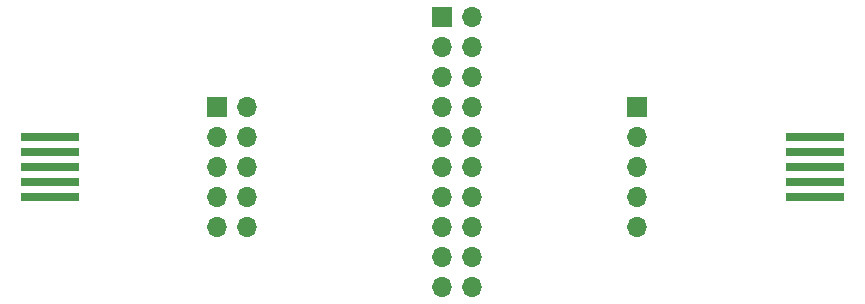
<source format=gts>
G04 Layer: TopSolderMaskLayer*
G04 EasyEDA Pro v2.2.27.1, 2024-09-15 10:59:50*
G04 Gerber Generator version 0.3*
G04 Scale: 100 percent, Rotated: No, Reflected: No*
G04 Dimensions in millimeters*
G04 Leading zeros omitted, absolute positions, 3 integers and 5 decimals*
%TF.GenerationSoftware,KiCad,Pcbnew,9.0.0*%
%TF.CreationDate,2025-03-31T22:32:49+08:00*%
%TF.ProjectId,stlink_ex,73746c69-6e6b-45f6-9578-2e6b69636164,rev?*%
%TF.SameCoordinates,Original*%
%TF.FileFunction,Soldermask,Top*%
%TF.FilePolarity,Negative*%
%FSLAX46Y46*%
G04 Gerber Fmt 4.6, Leading zero omitted, Abs format (unit mm)*
G04 Created by KiCad (PCBNEW 9.0.0) date 2025-03-31 22:32:49*
%MOMM*%
%LPD*%
G01*
G04 APERTURE LIST*
%ADD10R,5.000000X0.700000*%
%ADD11R,1.700000X1.700000*%
%ADD12O,1.700000X1.700000*%
G04 APERTURE END LIST*
D10*
%TO.C,J15*%
X102670000Y-113030000D03*
X102670000Y-114300000D03*
X102670000Y-115570000D03*
X102670000Y-116840000D03*
X102670000Y-118110000D03*
%TD*%
D11*
%TO.C,J14*%
X116840000Y-110495000D03*
D12*
X119380000Y-110495000D03*
X116840000Y-113035000D03*
X119380000Y-113035000D03*
X116840000Y-115575000D03*
X119380000Y-115575000D03*
X116840000Y-118115000D03*
X119380000Y-118115000D03*
X116840000Y-120655000D03*
X119380000Y-120655000D03*
%TD*%
D11*
%TO.C,J11*%
X152400000Y-110495000D03*
D12*
X152400000Y-113035000D03*
X152400000Y-115575000D03*
X152400000Y-118115000D03*
X152400000Y-120655000D03*
%TD*%
D10*
%TO.C,J10*%
X167440000Y-113035000D03*
X167440000Y-114305000D03*
X167440000Y-115575000D03*
X167440000Y-116845000D03*
X167440000Y-118115000D03*
%TD*%
D11*
%TO.C,J5*%
X135885000Y-102875000D03*
D12*
X138425000Y-102875000D03*
X135885000Y-105415000D03*
X138425000Y-105415000D03*
X135885000Y-107955000D03*
X138425000Y-107955000D03*
X135885000Y-110495000D03*
X138425000Y-110495000D03*
X135885000Y-113035000D03*
X138425000Y-113035000D03*
X135885000Y-115575000D03*
X138425000Y-115575000D03*
X135885000Y-118115000D03*
X138425000Y-118115000D03*
X135885000Y-120655000D03*
X138425000Y-120655000D03*
X135885000Y-123195000D03*
X138425000Y-123195000D03*
X135885000Y-125735000D03*
X138425000Y-125735000D03*
%TD*%
M02*

</source>
